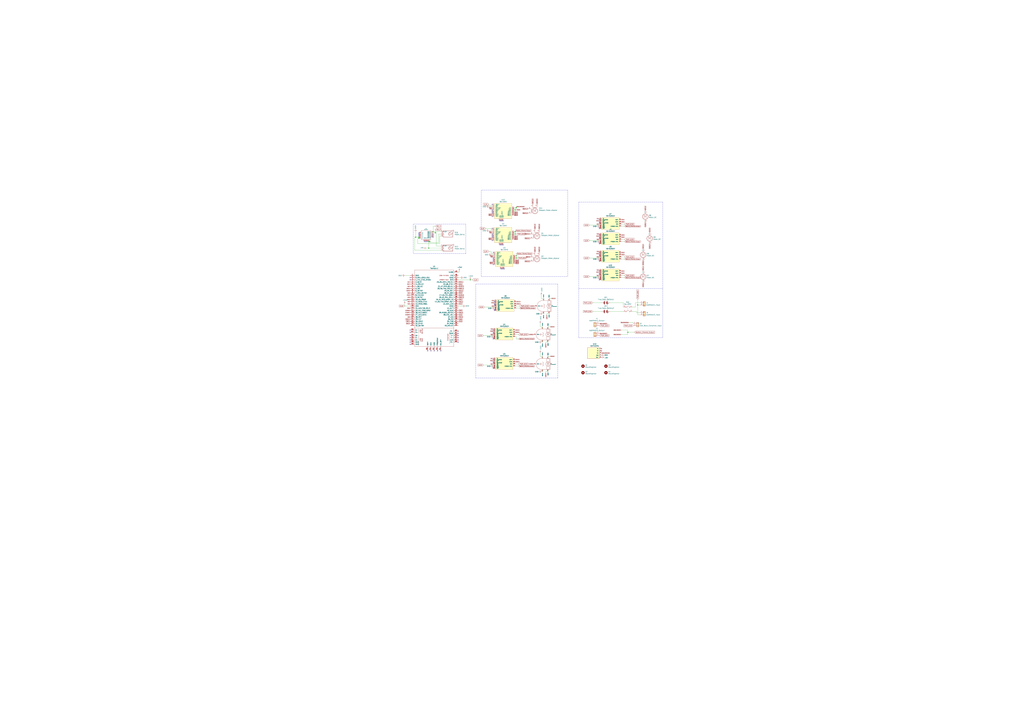
<source format=kicad_sch>
(kicad_sch (version 20211123) (generator eeschema)
  (paper "A0")
  (junction (at 599.44 297.18))
  (junction (at 502.92 269.24))
  (junction (at 482.6 275.59))
  (junction (at 486.41 276.86))
  (junction (at 598.17 269.24))
  (junction (at 598.17 243.84))
  (junction (at 497.84 280.67))
  (junction (at 499.11 280.67))
  (junction (at 505.46 270.51))
  (junction (at 599.44 299.72))
  (junction (at 598.17 271.78))
  (junction (at 546.1 325.12))
  (junction (at 497.84 288.29))
  (junction (at 728.98 386.08))
  (junction (at 599.44 241.3))
  (junction (at 486.41 275.59))
  (junction (at 740.41 354.33))
  (no_connect (at 572.77 293.37))
  (no_connect (at 698.5 405.13))
  (no_connect (at 584.2 284.48))
  (no_connect (at 695.96 259.08))
  (no_connect (at 572.77 417.83))
  (no_connect (at 571.5 246.38))
  (no_connect (at 571.5 273.05))
  (no_connect (at 695.96 318.77))
  (no_connect (at 476.25 400.05))
  (no_connect (at 486.41 273.05))
  (no_connect (at 584.2 312.42))
  (no_connect (at 572.77 383.54))
  (no_connect (at 582.93 256.54))
  (no_connect (at 486.41 274.32))
  (no_connect (at 695.96 276.86))
  (no_connect (at 571.5 237.49))
  (no_connect (at 532.13 392.43))
  (no_connect (at 496.57 280.67))
  (no_connect (at 582.93 312.42))
  (no_connect (at 695.96 302.26))
  (no_connect (at 476.25 383.54))
  (no_connect (at 502.92 274.32))
  (no_connect (at 585.47 312.42))
  (no_connect (at 571.5 279.4))
  (no_connect (at 486.41 271.78))
  (no_connect (at 476.25 386.08))
  (no_connect (at 500.38 407.67))
  (no_connect (at 571.5 251.46))
  (no_connect (at 574.04 359.41))
  (no_connect (at 580.39 284.48))
  (no_connect (at 495.3 280.67))
  (no_connect (at 695.96 257.81))
  (no_connect (at 574.04 360.68))
  (no_connect (at 695.96 323.85))
  (no_connect (at 695.96 255.27))
  (no_connect (at 572.77 392.43))
  (no_connect (at 494.03 280.67))
  (no_connect (at 571.5 245.11))
  (no_connect (at 572.77 393.7))
  (no_connect (at 476.25 394.97))
  (no_connect (at 572.77 427.99))
  (no_connect (at 476.25 397.51))
  (no_connect (at 584.2 256.54))
  (no_connect (at 574.04 350.52))
  (no_connect (at 476.25 389.89))
  (no_connect (at 695.96 283.21))
  (no_connect (at 476.25 322.58))
  (no_connect (at 504.19 407.67))
  (no_connect (at 476.25 325.12))
  (no_connect (at 571.5 265.43))
  (no_connect (at 695.96 293.37))
  (no_connect (at 695.96 325.12))
  (no_connect (at 571.5 274.32))
  (no_connect (at 572.77 421.64))
  (no_connect (at 695.96 265.43))
  (no_connect (at 571.5 275.59))
  (no_connect (at 695.96 264.16))
  (no_connect (at 582.93 284.48))
  (no_connect (at 574.04 353.06))
  (no_connect (at 695.96 303.53))
  (no_connect (at 572.77 299.72))
  (no_connect (at 695.96 275.59))
  (no_connect (at 508 407.67))
  (no_connect (at 572.77 387.35))
  (no_connect (at 581.66 284.48))
  (no_connect (at 502.92 275.59))
  (no_connect (at 571.5 243.84))
  (no_connect (at 572.77 307.34))
  (no_connect (at 572.77 420.37))
  (no_connect (at 502.92 271.78))
  (no_connect (at 581.66 312.42))
  (no_connect (at 572.77 300.99))
  (no_connect (at 532.13 397.51))
  (no_connect (at 496.57 407.67))
  (no_connect (at 532.13 384.81))
  (no_connect (at 695.96 314.96))
  (no_connect (at 574.04 354.33))
  (no_connect (at 698.5 407.67))
  (no_connect (at 476.25 392.43))
  (no_connect (at 695.96 317.5))
  (no_connect (at 572.77 303.53))
  (no_connect (at 532.13 389.89))
  (no_connect (at 572.77 302.26))
  (no_connect (at 695.96 295.91))
  (no_connect (at 532.13 394.97))
  (no_connect (at 581.66 256.54))
  (no_connect (at 486.41 270.51))
  (no_connect (at 571.5 271.78))
  (no_connect (at 511.81 407.67))
  (no_connect (at 532.13 387.35))
  (no_connect (at 695.96 281.94))
  (no_connect (at 572.77 386.08))
  (no_connect (at 572.77 426.72))
  (no_connect (at 580.39 256.54))
  (no_connect (at 695.96 297.18))
  (no_connect (at 502.92 273.05))
  (no_connect (at 492.76 280.67))
  (no_connect (at 695.96 273.05))
  (no_connect (at 571.5 247.65))
  (wire (pts (xy 499.11 281.94) (xy 509.27 281.94)))
  (wire (pts (xy 599.44 299.72) (xy 600.71 299.72)))
  (wire (pts (xy 572.77 389.89) (xy 561.34 389.89)))
  (wire (pts (xy 721.36 280.67) (xy 725.17 280.67)))
  (wire (pts (xy 567.69 238.76) (xy 567.69 237.49)))
  (wire (pts (xy 598.17 270.51) (xy 598.17 269.24)))
  (wire (pts (xy 502.92 269.24) (xy 511.81 269.24)))
  (wire (pts (xy 730.25 374.65) (xy 735.33 374.65)))
  (wire (pts (xy 599.44 297.18) (xy 599.44 294.64)))
  (wire (pts (xy 629.92 379.73) (xy 627.38 379.73)))
  (wire (pts (xy 721.36 322.58) (xy 725.17 322.58)))
  (wire (pts (xy 567.69 267.97) (xy 571.5 267.97)))
  (wire (pts (xy 734.06 356.87) (xy 737.87 356.87)))
  (wire (pts (xy 482.6 275.59) (xy 481.33 275.59)))
  (wire (pts (xy 486.41 276.86) (xy 486.41 275.59)))
  (wire (pts (xy 596.9 273.05) (xy 598.17 273.05)))
  (wire (pts (xy 636.27 414.02) (xy 636.27 416.56)))
  (wire (pts (xy 627.38 375.92) (xy 627.38 379.73)))
  (wire (pts (xy 698.5 361.95) (xy 688.34 361.95)))
  (wire (pts (xy 636.27 379.73) (xy 638.81 379.73)))
  (wire (pts (xy 598.17 245.11) (xy 598.17 243.84)))
  (wire (pts (xy 510.54 274.32) (xy 511.81 274.32)))
  (wire (pts (xy 469.9 355.6) (xy 476.25 355.6)))
  (wire (pts (xy 574.04 356.87) (xy 562.61 356.87)))
  (wire (pts (xy 742.95 354.33) (xy 740.41 354.33)))
  (wire (pts (xy 728.98 388.62) (xy 721.36 388.62)))
  (wire (pts (xy 596.9 269.24) (xy 598.17 269.24)))
  (wire (pts (xy 688.34 351.79) (xy 698.5 351.79)))
  (polyline (pts (xy 659.13 220.98) (xy 659.13 321.31)))
  (polyline (pts (xy 480.06 260.35) (xy 480.06 294.64)))
  (wire (pts (xy 629.92 379.73) (xy 629.92 382.27)))
  (wire (pts (xy 497.84 280.67) (xy 499.11 280.67)))
  (wire (pts (xy 567.69 240.03) (xy 571.5 240.03)))
  (polyline (pts (xy 552.45 439.42) (xy 647.7 439.42)))
  (wire (pts (xy 596.9 271.78) (xy 598.17 271.78)))
  (wire (pts (xy 596.9 241.3) (xy 599.44 241.3)))
  (wire (pts (xy 627.38 410.21) (xy 627.38 414.02)))
  (wire (pts (xy 633.73 431.8) (xy 633.73 433.07)))
  (wire (pts (xy 502.92 269.24) (xy 502.92 262.89)))
  (wire (pts (xy 598.17 422.91) (xy 601.98 422.91)))
  (wire (pts (xy 599.44 298.45) (xy 599.44 297.18)))
  (wire (pts (xy 737.87 356.87) (xy 737.87 351.79)))
  (wire (pts (xy 469.9 353.06) (xy 469.9 355.6)))
  (wire (pts (xy 572.77 424.18) (xy 561.34 424.18)))
  (wire (pts (xy 599.44 358.14) (xy 603.25 358.14)))
  (wire (pts (xy 631.19 346.71) (xy 631.19 349.25)))
  (wire (pts (xy 505.46 270.51) (xy 506.73 270.51)))
  (wire (pts (xy 721.36 298.45) (xy 725.17 298.45)))
  (wire (pts (xy 497.84 288.29) (xy 511.81 288.29)))
  (wire (pts (xy 629.92 431.8) (xy 629.92 429.26)))
  (wire (pts (xy 737.87 351.79) (xy 742.95 351.79)))
  (wire (pts (xy 631.19 364.49) (xy 629.92 364.49)))
  (wire (pts (xy 598.17 299.72) (xy 599.44 299.72)))
  (wire (pts (xy 596.9 243.84) (xy 598.17 243.84)))
  (wire (pts (xy 482.6 269.24) (xy 482.6 275.59)))
  (wire (pts (xy 502.92 262.89) (xy 505.46 262.89)))
  (wire (pts (xy 502.92 270.51) (xy 505.46 270.51)))
  (wire (pts (xy 721.36 262.89) (xy 725.17 262.89)))
  (wire (pts (xy 511.81 285.75) (xy 506.73 285.75)))
  (polyline (pts (xy 647.7 330.2) (xy 552.45 330.2)))
  (wire (pts (xy 599.44 242.57) (xy 599.44 241.3)))
  (polyline (pts (xy 769.62 234.95) (xy 671.83 234.95)))
  (wire (pts (xy 596.9 245.11) (xy 598.17 245.11)))
  (wire (pts (xy 721.36 320.04) (xy 725.17 320.04)))
  (wire (pts (xy 598.17 269.24) (xy 598.17 267.97)))
  (polyline (pts (xy 552.45 330.2) (xy 552.45 439.42)))
  (wire (pts (xy 570.23 295.91) (xy 572.77 295.91)))
  (wire (pts (xy 598.17 273.05) (xy 598.17 271.78)))
  (wire (pts (xy 563.88 265.43) (xy 570.23 265.43)))
  (wire (pts (xy 599.44 393.7) (xy 601.98 393.7)))
  (wire (pts (xy 629.92 431.8) (xy 628.65 431.8)))
  (wire (pts (xy 628.65 342.9) (xy 628.65 346.71)))
  (wire (pts (xy 637.54 364.49) (xy 637.54 361.95)))
  (wire (pts (xy 532.13 316.23) (xy 533.4 316.23)))
  (wire (pts (xy 739.14 361.95) (xy 739.14 363.22)))
  (wire (pts (xy 532.13 322.58) (xy 534.67 322.58)))
  (wire (pts (xy 721.36 300.99) (xy 725.17 300.99)))
  (wire (pts (xy 598.17 388.62) (xy 601.98 388.62)))
  (wire (pts (xy 596.9 270.51) (xy 598.17 270.51)))
  (wire (pts (xy 636.27 397.51) (xy 636.27 394.97)))
  (wire (pts (xy 708.66 361.95) (xy 723.9 361.95)))
  (wire (pts (xy 506.73 285.75) (xy 506.73 270.51)))
  (wire (pts (xy 596.9 242.57) (xy 599.44 242.57)))
  (wire (pts (xy 636.27 431.8) (xy 636.27 429.26)))
  (wire (pts (xy 723.9 351.79) (xy 708.66 351.79)))
  (polyline (pts (xy 541.02 294.64) (xy 541.02 260.35)))
  (polyline (pts (xy 671.83 234.95) (xy 671.83 392.43)))
  (polyline (pts (xy 671.83 392.43) (xy 769.62 392.43)))
  (wire (pts (xy 629.92 397.51) (xy 628.65 397.51)))
  (wire (pts (xy 695.96 261.62) (xy 684.53 261.62)))
  (wire (pts (xy 723.9 356.87) (xy 723.9 351.79)))
  (wire (pts (xy 736.6 386.08) (xy 728.98 386.08)))
  (wire (pts (xy 599.44 355.6) (xy 603.25 355.6)))
  (wire (pts (xy 598.17 297.18) (xy 599.44 297.18)))
  (wire (pts (xy 499.11 280.67) (xy 499.11 281.94)))
  (wire (pts (xy 570.23 266.7) (xy 571.5 266.7)))
  (wire (pts (xy 510.54 283.21) (xy 510.54 274.32)))
  (wire (pts (xy 728.98 383.54) (xy 721.36 383.54)))
  (wire (pts (xy 728.98 386.08) (xy 728.98 388.62)))
  (wire (pts (xy 740.41 354.33) (xy 740.41 347.98)))
  (polyline (pts (xy 558.8 321.31) (xy 659.13 321.31)))
  (wire (pts (xy 485.14 283.21) (xy 510.54 283.21)))
  (wire (pts (xy 631.19 364.49) (xy 631.19 361.95)))
  (wire (pts (xy 629.92 414.02) (xy 627.38 414.02)))
  (wire (pts (xy 635 364.49) (xy 635 365.76)))
  (wire (pts (xy 633.73 397.51) (xy 633.73 398.78)))
  (wire (pts (xy 598.17 243.84) (xy 599.44 243.84)))
  (wire (pts (xy 735.33 374.65) (xy 735.33 375.92)))
  (wire (pts (xy 532.13 325.12) (xy 546.1 325.12)))
  (wire (pts (xy 497.84 280.67) (xy 497.84 288.29)))
  (wire (pts (xy 695.96 279.4) (xy 684.53 279.4)))
  (polyline (pts (xy 647.7 439.42) (xy 647.7 330.2)))
  (wire (pts (xy 636.27 379.73) (xy 636.27 382.27)))
  (wire (pts (xy 636.27 397.51) (xy 633.73 397.51)))
  (wire (pts (xy 721.36 278.13) (xy 725.17 278.13)))
  (wire (pts (xy 495.3 288.29) (xy 497.84 288.29)))
  (wire (pts (xy 721.36 260.35) (xy 725.17 260.35)))
  (wire (pts (xy 572.77 294.64) (xy 570.23 294.64)))
  (wire (pts (xy 599.44 300.99) (xy 599.44 299.72)))
  (wire (pts (xy 739.14 363.22) (xy 742.95 363.22)))
  (wire (pts (xy 570.23 294.64) (xy 570.23 292.1)))
  (wire (pts (xy 728.98 386.08) (xy 728.98 383.54)))
  (wire (pts (xy 485.14 276.86) (xy 485.14 283.21)))
  (polyline (pts (xy 659.13 220.98) (xy 558.8 220.98)))
  (wire (pts (xy 631.19 346.71) (xy 628.65 346.71)))
  (wire (pts (xy 740.41 365.76) (xy 742.95 365.76)))
  (polyline (pts (xy 769.62 234.95) (xy 769.62 392.43)))
  (wire (pts (xy 598.17 300.99) (xy 599.44 300.99)))
  (wire (pts (xy 505.46 266.7) (xy 505.46 270.51)))
  (wire (pts (xy 695.96 299.72) (xy 684.53 299.72)))
  (polyline (pts (xy 541.02 294.64) (xy 480.06 294.64)))
  (wire (pts (xy 599.44 391.16) (xy 599.44 393.7)))
  (wire (pts (xy 486.41 275.59) (xy 482.6 275.59)))
  (wire (pts (xy 533.4 316.23) (xy 533.4 314.96)))
  (wire (pts (xy 636.27 431.8) (xy 633.73 431.8)))
  (wire (pts (xy 629.92 414.02) (xy 629.92 416.56)))
  (wire (pts (xy 509.27 281.94) (xy 509.27 271.78)))
  (polyline (pts (xy 671.83 335.28) (xy 769.62 335.28)))
  (wire (pts (xy 637.54 346.71) (xy 640.08 346.71)))
  (wire (pts (xy 469.9 320.04) (xy 476.25 320.04)))
  (polyline (pts (xy 480.06 260.35) (xy 541.02 260.35)))
  (wire (pts (xy 567.69 238.76) (xy 571.5 238.76)))
  (wire (pts (xy 695.96 321.31) (xy 684.53 321.31)))
  (wire (pts (xy 486.41 276.86) (xy 485.14 276.86)))
  (wire (pts (xy 598.17 425.45) (xy 601.98 425.45)))
  (wire (pts (xy 598.17 298.45) (xy 599.44 298.45)))
  (wire (pts (xy 481.33 290.83) (xy 511.81 290.83)))
  (wire (pts (xy 570.23 265.43) (xy 570.23 266.7)))
  (wire (pts (xy 598.17 391.16) (xy 599.44 391.16)))
  (wire (pts (xy 532.13 355.6) (xy 537.21 355.6)))
  (wire (pts (xy 637.54 346.71) (xy 637.54 349.25)))
  (wire (pts (xy 546.1 325.12) (xy 548.64 325.12)))
  (wire (pts (xy 599.44 241.3) (xy 599.44 240.03)))
  (wire (pts (xy 637.54 364.49) (xy 635 364.49)))
  (wire (pts (xy 567.69 292.1) (xy 570.23 292.1)))
  (wire (pts (xy 734.06 361.95) (xy 739.14 361.95)))
  (wire (pts (xy 481.33 275.59) (xy 481.33 290.83)))
  (wire (pts (xy 509.27 271.78) (xy 511.81 271.78)))
  (wire (pts (xy 740.41 354.33) (xy 740.41 365.76)))
  (wire (pts (xy 636.27 414.02) (xy 638.81 414.02)))
  (polyline (pts (xy 558.8 220.98) (xy 558.8 321.31)))
  (wire (pts (xy 598.17 271.78) (xy 599.44 271.78)))
  (wire (pts (xy 629.92 397.51) (xy 629.92 394.97)))
  (global_label "SLEEP_1" (shape input) (at 532.13 332.74 0) (effects (font (size 0.7874 0.7874))) (property "Intersheet References" "${INTERSHEET_REFS}" (effects hide)))
  (global_label "OUTB1_LIN" (shape input) (at 635 365.76 270) (effects (font (size 0.508 0.508))) (property "Intersheet References" "${INTERSHEET_REFS}" (effects hide)))
  (global_label "3.3V" (shape input) (at 684.53 321.31 180) (property "Intersheet References" "${INTERSHEET_REFS}" (effects hide)))
  (global_label "OUTA_1" (shape input) (at 749.3 245.11 90) (effects (font (size 0.7874 0.7874))) (property "Intersheet References" "${INTERSHEET_REFS}" (effects hide)))
  (global_label "PWR_GND" (shape input) (at 725.17 298.45 0) (property "Intersheet References" "${INTERSHEET_REFS}" (effects hide)))
  (global_label "3.3V" (shape input) (at 469.9 355.6 180) (property "Intersheet References" "${INTERSHEET_REFS}" (effects hide)))
  (global_label "RESET_2" (shape input) (at 572.77 306.07 180) (effects (font (size 0.508 0.508))) (property "Intersheet References" "${INTERSHEET_REFS}" (effects hide)))
  (global_label "INA_7" (shape input) (at 476.25 327.66 180) (effects (font (size 0.508 0.508))) (property "Intersheet References" "${INTERSHEET_REFS}" (effects hide)))
  (global_label "RESET_1" (shape input) (at 571.5 278.13 180) (effects (font (size 0.508 0.508))) (property "Intersheet References" "${INTERSHEET_REFS}" (effects hide)))
  (global_label "BOUT1_3" (shape input) (at 613.41 242.57 180) (effects (font (size 0.7874 0.7874))) (property "Intersheet References" "${INTERSHEET_REFS}" (effects hide)))
  (global_label "PWM_5" (shape input) (at 476.25 347.98 180) (effects (font (size 0.508 0.508))) (property "Intersheet References" "${INTERSHEET_REFS}" (effects hide)))
  (global_label "OUTB_1" (shape input) (at 749.3 257.81 270) (effects (font (size 0.7874 0.7874))) (property "Intersheet References" "${INTERSHEET_REFS}" (effects hide)))
  (global_label "SLEEP_3" (shape input) (at 476.25 337.82 180) (effects (font (size 0.508 0.508))) (property "Intersheet References" "${INTERSHEET_REFS}" (effects hide)))
  (global_label "PWM_6" (shape input) (at 476.25 358.14 180) (effects (font (size 0.508 0.508))) (property "Intersheet References" "${INTERSHEET_REFS}" (effects hide)))
  (global_label "PWM_1" (shape input) (at 695.96 256.54 180) (effects (font (size 0.508 0.508))) (property "Intersheet References" "${INTERSHEET_REFS}" (effects hide)))
  (global_label "PWM_2" (shape input) (at 532.13 363.22 0) (effects (font (size 0.7874 0.7874))) (property "Intersheet References" "${INTERSHEET_REFS}" (effects hide)))
  (global_label "INA_5" (shape input) (at 476.25 345.44 180) (effects (font (size 0.508 0.508))) (property "Intersheet References" "${INTERSHEET_REFS}" (effects hide)))
  (global_label "PWR_GND" (shape input) (at 688.34 351.79 180) (property "Intersheet References" "${INTERSHEET_REFS}" (effects hide)))
  (global_label "BOUT2_3" (shape input) (at 596.9 250.19 0) (effects (font (size 0.508 0.508))) (property "Intersheet References" "${INTERSHEET_REFS}" (effects hide)))
  (global_label "INA_6" (shape input) (at 572.77 382.27 180) (effects (font (size 0.508 0.508))) (property "Intersheet References" "${INTERSHEET_REFS}" (effects hide)))
  (global_label "BOUT2_1" (shape input) (at 615.95 276.86 180) (effects (font (size 0.7874 0.7874))) (property "Intersheet References" "${INTERSHEET_REFS}" (effects hide)))
  (global_label "STEP_3" (shape input) (at 476.25 342.9 180) (effects (font (size 0.508 0.508))) (property "Intersheet References" "${INTERSHEET_REFS}" (effects hide)))
  (global_label "3.3V" (shape input) (at 567.69 292.1 180) (property "Intersheet References" "${INTERSHEET_REFS}" (effects hide)))
  (global_label "3.3V" (shape input) (at 684.53 299.72 180) (property "Intersheet References" "${INTERSHEET_REFS}" (effects hide)))
  (global_label "PWR_GND" (shape input) (at 601.98 422.91 0) (property "Intersheet References" "${INTERSHEET_REFS}" (effects hide)))
  (global_label "PWR_GND" (shape input) (at 735.33 378.46 180) (property "Intersheet References" "${INTERSHEET_REFS}" (effects hide)))
  (global_label "OUTA_3" (shape input) (at 746.76 289.56 90) (effects (font (size 0.7874 0.7874))) (property "Intersheet References" "${INTERSHEET_REFS}" (effects hide)))
  (global_label "OUTA_2" (shape input) (at 721.36 273.05 0) (effects (font (size 0.508 0.508))) (property "Intersheet References" "${INTERSHEET_REFS}" (effects hide)))
  (global_label "AOUT2_3" (shape input) (at 623.57 237.49 90) (effects (font (size 0.7874 0.7874))) (property "Intersheet References" "${INTERSHEET_REFS}" (effects hide)))
  (global_label "Battery1_Positive24V" (shape input) (at 695.96 375.92 0) (effects (font (size 0.508 0.508))) (property "Intersheet References" "${INTERSHEET_REFS}" (effects hide)))
  (global_label "OUTA1_LIN" (shape input) (at 599.44 350.52 0) (effects (font (size 0.508 0.508))) (property "Intersheet References" "${INTERSHEET_REFS}" (effects hide)))
  (global_label "PWM_5" (shape input) (at 574.04 351.79 180) (effects (font (size 0.508 0.508))) (property "Intersheet References" "${INTERSHEET_REFS}" (effects hide)))
  (global_label "PWR_GND" (shape input) (at 688.34 361.95 180) (property "Intersheet References" "${INTERSHEET_REFS}" (effects hide)))
  (global_label "INB_4" (shape input) (at 695.96 320.04 180) (effects (font (size 0.508 0.508))) (property "Intersheet References" "${INTERSHEET_REFS}" (effects hide)))
  (global_label "PWM_3" (shape input) (at 695.96 294.64 180) (effects (font (size 0.508 0.508))) (property "Intersheet References" "${INTERSHEET_REFS}" (effects hide)))
  (global_label "INB_2" (shape input) (at 695.96 278.13 180) (effects (font (size 0.508 0.508))) (property "Intersheet References" "${INTERSHEET_REFS}" (effects hide)))
  (global_label "OUTB3_LIN" (shape input) (at 633.73 433.07 270) (effects (font (size 0.508 0.508))) (property "Intersheet References" "${INTERSHEET_REFS}" (effects hide)))
  (global_label "OUTA1_LIN" (shape input) (at 640.08 346.71 0) (effects (font (size 0.508 0.508))) (property "Intersheet References" "${INTERSHEET_REFS}" (effects hide)))
  (global_label "INB_6" (shape input) (at 476.25 368.3 180) (effects (font (size 0.508 0.508))) (property "Intersheet References" "${INTERSHEET_REFS}" (effects hide)))
  (global_label "BOUT1_1" (shape input) (at 615.95 271.78 180) (effects (font (size 0.7874 0.7874))) (property "Intersheet References" "${INTERSHEET_REFS}" (effects hide)))
  (global_label "OUTA_3" (shape input) (at 721.36 293.37 0) (effects (font (size 0.508 0.508))) (property "Intersheet References" "${INTERSHEET_REFS}" (effects hide)))
  (global_label "PWM_6" (shape input) (at 572.77 384.81 180) (effects (font (size 0.508 0.508))) (property "Intersheet References" "${INTERSHEET_REFS}" (effects hide)))
  (global_label "Battery_Shared_Output" (shape input) (at 736.6 386.08 0) (property "Intersheet References" "${INTERSHEET_REFS}" (effects hide)))
  (global_label "INA_7" (shape input) (at 572.77 416.56 180) (effects (font (size 0.508 0.508))) (property "Intersheet References" "${INTERSHEET_REFS}" (effects hide)))
  (global_label "INB_4" (shape input) (at 476.25 373.38 180) (effects (font (size 0.7874 0.7874))) (property "Intersheet References" "${INTERSHEET_REFS}" (effects hide)))
  (global_label "Battery_Shared_Output" (shape input) (at 601.98 393.7 0) (effects (font (size 0.9906 0.9906))) (property "Intersheet References" "${INTERSHEET_REFS}" (effects hide)))
  (global_label "PWR_GND" (shape input) (at 695.96 389.89 0) (property "Intersheet References" "${INTERSHEET_REFS}" (effects hide)))
  (global_label "BOUT2_1" (shape input) (at 596.9 278.13 0) (effects (font (size 0.508 0.508))) (property "Intersheet References" "${INTERSHEET_REFS}" (effects hide)))
  (global_label "Battery_Shared_Output" (shape input) (at 725.17 262.89 0) (effects (font (size 0.9906 0.9906))) (property "Intersheet References" "${INTERSHEET_REFS}" (effects hide)))
  (global_label "Battery_Shared_Output" (shape input) (at 599.44 294.64 0) (effects (font (size 0.9906 0.9906))) (property "Intersheet References" "${INTERSHEET_REFS}" (effects hide)))
  (global_label "AOUT1_1" (shape input) (at 621.03 266.7 90) (effects (font (size 0.7874 0.7874))) (property "Intersheet References" "${INTERSHEET_REFS}" (effects hide)))
  (global_label "OUTA_4" (shape input) (at 746.76 314.96 90) (effects (font (size 0.7874 0.7874))) (property "Intersheet References" "${INTERSHEET_REFS}" (effects hide)))
  (global_label "Battery2_Positive24V" (shape input) (at 721.36 388.62 180) (effects (font (size 0.508 0.508))) (property "Intersheet References" "${INTERSHEET_REFS}" (effects hide)))
  (global_label "RESET_3" (shape input) (at 476.25 335.28 180) (effects (font (size 0.508 0.508))) (property "Intersheet References" "${INTERSHEET_REFS}" (effects hide)))
  (global_label "PWR_GND" (shape input) (at 725.17 260.35 0) (property "Intersheet References" "${INTERSHEET_REFS}" (effects hide)))
  (global_label "Battery2_Positive24V" (shape input) (at 695.96 387.35 0) (effects (font (size 0.508 0.508))) (property "Intersheet References" "${INTERSHEET_REFS}" (effects hide)))
  (global_label "OUTA_2" (shape input) (at 754.38 270.51 90) (effects (font (size 0.7874 0.7874))) (property "Intersheet References" "${INTERSHEET_REFS}" (effects hide)))
  (global_label "Battery_Shared_Output" (shape input) (at 730.25 374.65 180) (effects (font (size 0.508 0.508))) (property "Intersheet References" "${INTERSHEET_REFS}" (effects hide)))
  (global_label "Battery_Shared_Output" (shape input) (at 598.17 267.97 0) (effects (font (size 0.9906 0.9906))) (property "Intersheet References" "${INTERSHEET_REFS}" (effects hide)))
  (global_label "Battery_Shared_Output" (shape input) (at 725.17 300.99 0) (effects (font (size 0.9906 0.9906))) (property "Intersheet References" "${INTERSHEET_REFS}" (effects hide)))
  (global_label "INB_5" (shape input) (at 574.04 355.6 180) (effects (font (size 0.508 0.508))) (property "Intersheet References" "${INTERSHEET_REFS}" (effects hide)))
  (global_label "LIN_SIGNAL1" (shape input) (at 621.03 355.6 180) (effects (font (size 0.508 0.508))) (property "Intersheet References" "${INTERSHEET_REFS}" (effects hide)))
  (global_label "STEP_3" (shape input) (at 571.5 241.3 180) (effects (font (size 0.508 0.508))) (property "Intersheet References" "${INTERSHEET_REFS}" (effects hide)))
  (global_label "PWM_4" (shape input) (at 476.25 370.84 180) (effects (font (size 0.7874 0.7874))) (property "Intersheet References" "${INTERSHEET_REFS}" (effects hide)))
  (global_label "INA_1" (shape input) (at 532.13 353.06 0) (effects (font (size 0.7874 0.7874))) (property "Intersheet References" "${INTERSHEET_REFS}" (effects hide)))
  (global_label "SLEEP_3" (shape input) (at 571.5 248.92 180) (effects (font (size 0.508 0.508))) (property "Intersheet References" "${INTERSHEET_REFS}" (effects hide)))
  (global_label "3.3V" (shape input) (at 562.61 356.87 180) (property "Intersheet References" "${INTERSHEET_REFS}" (effects hide)))
  (global_label "PWR_GND" (shape input) (at 740.41 347.98 90) (property "Intersheet References" "${INTERSHEET_REFS}" (effects hide)))
  (global_label "OUTB3_LIN" (shape input) (at 598.17 420.37 0) (effects (font (size 0.508 0.508))) (property "Intersheet References" "${INTERSHEET_REFS}" (effects hide)))
  (global_label "DIR_2" (shape input) (at 532.13 340.36 0) (effects (font (size 0.7874 0.7874))) (property "Intersheet References" "${INTERSHEET_REFS}" (effects hide)))
  (global_label "INA_2" (shape input) (at 695.96 271.78 180) (effects (font (size 0.508 0.508))) (property "Intersheet References" "${INTERSHEET_REFS}" (effects hide)))
  (global_label "SS_2" (shape input) (at 505.46 266.7 0) (property "Intersheet References" "${INTERSHEET_REFS}" (effects hide)))
  (global_label "INA_3" (shape input) (at 532.13 373.38 0) (effects (font (size 0.7874 0.7874))) (property "Intersheet References" "${INTERSHEET_REFS}" (effects hide)))
  (global_label "OUTA_4" (shape input) (at 721.36 314.96 0) (effects (font (size 0.508 0.508))) (property "Intersheet References" "${INTERSHEET_REFS}" (effects hide)))
  (global_label "INB_2" (shape input) (at 532.13 360.68 0) (effects (font (size 0.7874 0.7874))) (property "Intersheet References" "${INTERSHEET_REFS}" (effects hide)))
  (global_label "3.3V" (shape input) (at 684.53 261.62 180) (property "Intersheet References" "${INTERSHEET_REFS}" (effects hide)))
  (global_label "PWR_GND" (shape input) (at 601.98 388.62 0) (property "Intersheet References" "${INTERSHEET_REFS}" (effects hide)))
  (global_label "OUTA_1" (shape input) (at 721.36 255.27 0) (effects (font (size 0.508 0.508))) (property "Intersheet References" "${INTERSHEET_REFS}" (effects hide)))
  (global_label "Battery_Shared_Output" (shape input) (at 725.17 280.67 0) (effects (font (size 0.9906 0.9906))) (property "Intersheet References" "${INTERSHEET_REFS}" (effects hide)))
  (global_label "INA_6" (shape input) (at 476.25 353.06 180) (effects (font (size 0.508 0.508))) (property "Intersheet References" "${INTERSHEET_REFS}" (effects hide)))
  (global_label "LIN_SIGNAL3" (shape input) (at 476.25 360.68 180) (effects (font (size 0.508 0.508))) (property "Intersheet References" "${INTERSHEET_REFS}" (effects hide)))
  (global_label "LIN_SIGNAL1" (shape input) (at 476.25 363.22 180) (effects (font (size 0.508 0.508))) (property "Intersheet References" "${INTERSHEET_REFS}" (effects hide)))
  (global_label "BOUT1_3" (shape input) (at 596.9 248.92 0) (effects (font (size 0.508 0.508))) (property "Intersheet References" "${INTERSHEET_REFS}" (effects hide)))
  (global_label "AOUT1_1" (shape input) (at 596.9 274.32 0) (effects (font (size 0.508 0.508))) (property "Intersheet References" "${INTERSHEET_REFS}" (effects hide)))
  (global_label "LIN_SIGNAL2" (shape input) (at 619.76 388.62 180) (effects (font (size 0.508 0.508))) (property "Intersheet References" "${INTERSHEET_REFS}" (effects hide)))
  (global_label "AOUT2_3" (shape input) (at 596.9 247.65 0) (effects (font (size 0.508 0.508))) (property "Intersheet References" "${INTERSHEET_REFS}" (effects hide)))
  (global_label "BOUT1_2" (shape input) (at 598.17 304.8 0) (effects (font (size 0.508 0.508))) (property "Intersheet References" "${INTERSHEET_REFS}" (effects hide)))
  (global_label "STEP_2" (shape input) (at 572.77 297.18 180) (effects (font (size 0.508 0.508))) (property "Intersheet References" "${INTERSHEET_REFS}" (effects hide)))
  (global_label "BOUT1_2" (shape input) (at 615.95 298.45 180) (effects (font (size 0.6096 0.6096))) (property "Intersheet References" "${INTERSHEET_REFS}" (effects hide)))
  (global_label "Battery_Shared_Output" (shape input) (at 725.17 322.58 0) (effects (font (size 0.9906 0.9906))) (property "Intersheet References" "${INTERSHEET_REFS}" (effects hide)))
  (global_label "AOUT1_2" (shape input) (at 598.17 302.26 0) (effects (font (size 0.508 0.508))) (property "Intersheet References" "${INTERSHEET_REFS}" (effects hide)))
  (global_label "SLEEP_2" (shape input) (at 572.77 304.8 180) (effects (font (size 0.508 0.508))) (property "Intersheet References" "${INTERSHEET_REFS}" (effects hide)))
  (global_label "INA_2" (shape input) (at 532.13 365.76 0) (effects (font (size 0.7874 0.7874))) (property "Intersheet References" "${INTERSHEET_REFS}" (effects hide)))
  (global_label "RESET_1" (shape input) (at 532.13 335.28 0) (effects (font (size 0.7874 0.7874))) (property "Intersheet References" "${INTERSHEET_REFS}" (effects hide)))
  (global_label "3.3V" (shape input) (at 684.53 279.4 180) (property "Intersheet References" "${INTERSHEET_REFS}" (effects hide)))
  (global_label "PWM_3" (shape input) (at 532.13 368.3 0) (effects (font (size 0.7874 0.7874))) (property "Intersheet References" "${INTERSHEET_REFS}" (effects hide)))
  (global_label "Battery_Shared_Output" (shape input) (at 601.98 425.45 0) (effects (font (size 0.9906 0.9906))) (property "Intersheet References" "${INTERSHEET_REFS}" (effects hide)))
  (global_label "STEP_1" (shape input) (at 532.13 327.66 0) (effects (font (size 0.7874 0.7874))) (property "Intersheet References" "${INTERSHEET_REFS}" (effects hide)))
  (global_label "SLEEP_1" (shape input) (at 571.5 276.86 180) (effects (font (size 0.508 0.508))) (property "Intersheet References" "${INTERSHEET_REFS}" (effects hide)))
  (global_label "OUTB_3" (shape input) (at 746.76 302.26 270) (effects (font (size 0.7874 0.7874))) (property "Intersheet References" "${INTERSHEET_REFS}" (effects hide)))
  (global_label "PWM_7" (shape input) (at 476.25 330.2 180) (effects (font (size 0.508 0.508))) (property "Intersheet References" "${INTERSHEET_REFS}" (effects hide)))
  (global_label "PWR_GND" (shape input) (at 695.96 378.46 0) (property "Intersheet References" "${INTERSHEET_REFS}" (effects hide)))
  (global_label "Battery1_Positive24V" (shape input) (at 721.36 383.54 180) (effects (font (size 0.508 0.508))) (property "Intersheet References" "${INTERSHEET_REFS}" (effects hide)))
  (global_label "PWR_GND" (shape input) (at 725.17 320.04 0) (property "Intersheet References" "${INTERSHEET_REFS}" (effects hide)))
  (global_label "RESET_2" (shape input) (at 532.13 345.44 0) (effects (font (size 0.7874 0.7874))) (property "Intersheet References" "${INTERSHEET_REFS}" (effects hide)))
  (global_label "BOUT2_2" (shape input) (at 615.95 303.53 180) (effects (font (size 0.7874 0.7874))) (property "Intersheet References" "${INTERSHEET_REFS}" (effects hide)))
  (global_label "STEP_2" (shape input) (at 532.13 337.82 0) (effects (font (size 0.7874 0.7874))) (property "Intersheet References" "${INTERSHEET_REFS}" (effects hide)))
  (global_label "Battery_Shared_Output" (shape input) (at 698.5 410.21 0) (effects (font (size 0.508 0.508))) (property "Intersheet References" "${INTERSHEET_REFS}" (effects hide)))
  (global_label "AOUT2_2" (shape input) (at 598.17 303.53 0) (effects (font (size 0.508 0.508))) (property "Intersheet References" "${INTERSHEET_REFS}" (effects hide)))
  (global_label "INA_1" (shape input) (at 695.96 254 180) (effects (font (size 0.508 0.508))) (property "Intersheet References" "${INTERSHEET_REFS}" (effects hide)))
  (global_label "DIR_3" (shape input) (at 571.5 242.57 180) (effects (font (size 0.508 0.508))) (property "Intersheet References" "${INTERSHEET_REFS}" (effects hide)))
  (global_label "INB_6" (shape input) (at 572.77 388.62 180) (effects (font (size 0.508 0.508))) (property "Intersheet References" "${INTERSHEET_REFS}" (effects hide)))
  (global_label "PWM_7" (shape input) (at 572.77 419.1 180) (effects (font (size 0.508 0.508))) (property "Intersheet References" "${INTERSHEET_REFS}" (effects hide)))
  (global_label "PWR_GND" (shape input) (at 599.44 271.78 0) (effects (font (size 1.1938 1.1938))) (property "Intersheet References" "${INTERSHEET_REFS}" (effects hide)))
  (global_label "OUTB_2" (shape input) (at 721.36 275.59 0) (effects (font (size 0.508 0.508))) (property "Intersheet References" "${INTERSHEET_REFS}" (effects hide)))
  (global_label "INA_5" (shape input) (at 574.04 349.25 180) (effects (font (size 0.508 0.508))) (property "Intersheet References" "${INTERSHEET_REFS}" (effects hide)))
  (global_label "RESET_3" (shape input) (at 571.5 250.19 180) (effects (font (size 0.508 0.508))) (property "Intersheet References" "${INTERSHEET_REFS}" (effects hide)))
  (global_label "OUTB_4" (shape input) (at 746.76 327.66 270) (effects (font (size 0.7874 0.7874))) (property "Intersheet References" "${INTERSHEET_REFS}" (effects hide)))
  (global_label "INB_1" (shape input) (at 532.13 347.98 0) (effects (font (size 0.7874 0.7874))) (property "Intersheet References" "${INTERSHEET_REFS}" (effects hide)))
  (global_label "OUTA3_LIN" (shape input) (at 638.81 414.02 0) (effects (font (size 0.508 0.508))) (property "Intersheet References" "${INTERSHEET_REFS}" (effects hide)))
  (global_label "INB_3" (shape input) (at 695.96 298.45 180) (effects (font (size 0.508 0.508))) (property "Intersheet References" "${INTERSHEET_REFS}" (effects hide)))
  (global_label "OUTB2_LIN" (shape input) (at 598.17 386.08 0) (effects (font (size 0.508 0.508))) (property "Intersheet References" "${INTERSHEET_REFS}" (effects hide)))
  (global_label "BOUT2_2" (shape input) (at 598.17 306.07 0) (effects (font (size 0.508 0.508))) (property "Intersheet References" "${INTERSHEET_REFS}" (effects hide)))
  (global_label "SLEEP_2" (shape input) (at 532.13 342.9 0) (effects (font (size 0.7874 0.7874))) (property "Intersheet References" "${INTERSHEET_REFS}" (effects hide)))
  (global_label "BOUT1_1" (shape input) (at 596.9 276.86 0) (effects (font (size 0.508 0.508))) (property "Intersheet References" "${INTERSHEET_REFS}" (effects hide)))
  (global_label "PWR_GND" (shape input) (at 600.71 299.72 0) (effects (font (size 1.1938 1.1938))) (property "Intersheet References" "${INTERSHEET_REFS}" (effects hide)))
  (global_label "DIR_2" (shape input) (at 572.77 298.45 180) (effects (font (size 0.508 0.508))) (property "Intersheet References" "${INTERSHEET_REFS}" (effects hide)))
  (global_label "OUTB1_LIN" (shape input) (at 599.44 353.06 0) (effects (font (size 0.508 0.508))) (property "Intersheet References" "${INTERSHEET_REFS}" (effects hide)))
  (global_label "PWR_GND" (shape input) (at 603.25 355.6 0) (property "Intersheet References" "${INTERSHEET_REFS}" (effects hide)))
  (global_label "OUTA3_LIN" (shape input) (at 598.17 417.83 0) (effects (font (size 0.508 0.508))) (property "Intersheet References" "${INTERSHEET_REFS}" (effects hide)))
  (global_label "LIN_SIGNAL3" (shape input) (at 619.76 422.91 180) (effects (font (size 0.508 0.508))) (property "Intersheet References" "${INTERSHEET_REFS}" (effects hide)))
  (global_label "STEP_1" (shape input) (at 571.5 269.24 180) (effects (font (size 0.508 0.508))) (property "Intersheet References" "${INTERSHEET_REFS}" (effects hide)))
  (global_label "AOUT1_3" (shape input) (at 596.9 246.38 0) (effects (font (size 0.508 0.508))) (property "Intersheet References" "${INTERSHEET_REFS}" (effects hide)))
  (global_label "3.3V" (shape input) (at 561.34 424.18 180) (property "Intersheet References" "${INTERSHEET_REFS}" (effects hide)))
  (global_label "PWR_GND" (shape input) (at 599.44 243.84 0) (effects (font (size 0.508 0.508))) (property "Intersheet References" "${INTERSHEET_REFS}" (effects hide)))
  (global_label "OUTA2_LIN" (shape input) (at 638.81 379.73 0) (effects (font (size 0.508 0.508))) (property "Intersheet References" "${INTERSHEET_REFS}" (effects hide)))
  (global_label "INB_3" (shape input) (at 532.13 370.84 0) (effects (font (size 0.7874 0.7874))) (property "Intersheet References" "${INTERSHEET_REFS}" (effects hide)))
  (global_label "PWM_2" (shape input) (at 695.96 274.32 180) (effects (font (size 0.508 0.508))) (property "Intersheet References" "${INTERSHEET_REFS}" (effects hide)))
  (global_label "3.3V" (shape input) (at 563.88 265.43 180) (property "Intersheet References" "${INTERSHEET_REFS}" (effects hide)))
  (global_label "OUTB2_LIN" (shape input) (at 633.73 398.78 270) (effects (font (size 0.508 0.508))) (property "Intersheet References" "${INTERSHEET_REFS}" (effects hide)))
  (global_label "INA_4" (shape input) (at 695.96 313.69 180) (effects (font (size 0.508 0.508))) (property "Intersheet References" "${INTERSHEET_REFS}" (effects hide)))
  (global_label "OUTB_4" (shape input) (at 721.36 317.5 0) (effects (font (size 0.508 0.508))) (property "Intersheet References" "${INTERSHEET_REFS}" (effects hide)))
  (global_label "3.3V" (shape input) (at 567.69 237.49 180) (property "Intersheet References" "${INTERSHEET_REFS}" (effects hide)))
  (global_label "AOUT1_2" (shape input) (at 621.03 293.37 90) (effects (font (size 0.7874 0.7874))) (property "Intersheet References" "${INTERSHEET_REFS}" (effects hide)))
  (global_label "INB_7" (shape input) (at 476.25 332.74 180) (effects (font (size 0.508 0.508))) (property "Intersheet References" "${INTERSHEET_REFS}" (effects hide)))
  (global_label "OUTA2_LIN" (shape input) (at 598.17 383.54 0) (effects (font (size 0.508 0.508))) (property "Intersheet References" "${INTERSHEET_REFS}" (effects hide)))
  (global_label "AOUT2_1" (shape input) (at 626.11 266.7 90) (effects (font (size 0.7874 0.7874))) (property "Intersheet References" "${INTERSHEET_REFS}" (effects hide)))
  (global_label "PWR_GND" (shape input) (at 725.17 278.13 0) (property "Intersheet References" "${INTERSHEET_REFS}" (effects hide)))
  (global_label "INB_5" (shape input) (at 476.25 350.52 180) (effects (font (size 0.508 0.508))) (property "Intersheet References" "${INTERSHEET_REFS}" (effects hide)))
  (global_label "PWM_4" (shape input) (at 695.96 316.23 180) (effects (font (size 0.508 0.508))) (property "Intersheet References" "${INTERSHEET_REFS}" (effects hide)))
  (global_label "BOUT2_3" (shape input) (at 613.41 247.65 180) (effects (font (size 0.7874 0.7874))) (property "Intersheet References" "${INTERSHEET_REFS}" (effects hide)))
  (global_label "AOUT2_1" (shape input) (at 596.9 275.59 0) (effects (font (size 0.508 0.508))) (property "Intersheet References" "${INTERSHEET_REFS}" (effects hide)))
  (global_label "3.3V" (shape input) (at 561.34 389.89 180) (property "Intersheet References" "${INTERSHEET_REFS}" (effects hide)))
  (global_label "Battery_Shared_Output" (shape input) (at 599.44 240.03 0) (effects (font (size 0.508 0.508))) (property "Intersheet References" "${INTERSHEET_REFS}" (effects hide)))
  (global_label "OUTB_2" (shape input) (at 754.38 283.21 270) (effects (font (size 0.7874 0.7874))) (property "Intersheet References" "${INTERSHEET_REFS}" (effects hide)))
  (global_label "INA_4" (shape input) (at 476.25 375.92 180) (effects (font (size 0.7874 0.7874))) (property "Intersheet References" "${INTERSHEET_REFS}" (effects hide)))
  (global_label "SS_1" (shape input) (at 505.46 262.89 0) (property "Intersheet References" "${INTERSHEET_REFS}" (effects hide)))
  (global_label "INB_7" (shape input) (at 572.77 422.91 180) (effects (font (size 0.508 0.508))) (property "Intersheet References" "${INTERSHEET_REFS}" (effects hide)))
  (global_label "3.3V" (shape input) (at 548.64 325.12 0) (property "Intersheet References" "${INTERSHEET_REFS}" (effects hide)))
  (global_label "AOUT1_3" (shape input) (at 618.49 237.49 90) (effects (font (size 0.7874 0.7874))) (property "Intersheet References" "${INTERSHEET_REFS}" (effects hide)))
  (global_label "INA_3" (shape input) (at 695.96 292.1 180) (effects (font (size 0.508 0.508))) (property "Intersheet References" "${INTERSHEET_REFS}" (effects hide)))
  (global_label "AOUT2_2" (shape input) (at 626.11 293.37 90) (effects (font (size 0.7874 0.7874))) (property "Intersheet References" "${INTERSHEET_REFS}" (effects hide)))
  (global_label "DIR_1" (shape input) (at 571.5 270.51 180) (effects (font (size 0.508 0.508))) (property "Intersheet References" "${INTERSHEET_REFS}" (effects hide)))
  (global_label "OUTB_1" (shape input) (at 721.36 257.81 0) (effects (font (size 0.508 0.508))) (property "Intersheet References" "${INTERSHEET_REFS}" (effects hide)))
  (global_label "INB_1" (shape input) (at 695.96 260.35 180) (effects (font (size 0.508 0.508))) (property "Intersheet References" "${INTERSHEET_REFS}" (effects hide)))
  (global_label "DIR_3" (shape input) (at 476.25 340.36 180) (effects (font (size 0.508 0.508))) (property "Intersheet References" "${INTERSHEET_REFS}" (effects hide)))
  (global_label "PWM_1" (shape input) (at 532.13 350.52 0) (effects (font (size 0.7874 0.7874))) (property "Intersheet References" "${INTERSHEET_REFS}" (effects hide)))
  (global_label "OUTB_3" (shape input) (at 721.36 295.91 0) (effects (font (size 0.508 0.508))) (property "Intersheet References" "${INTERSHEET_REFS}" (effects hide)))
  (global_label "LIN_SIGNAL2" (shape input) (at 476.25 365.76 180) (effects (font (size 0.508 0.508))) (property "Intersheet References" "${INTERSHEET_REFS}" (effects hide)))
  (global_label "Battery_Shared_Output" (shape input) (at 603.25 358.14 0) (effects (font (size 0.9906 0.9906))) (property "Intersheet References" "${INTERSHEET_REFS}" (effects hide)))
  (global_label "DIR_1" (shape input) (at 532.13 330.2 0) (effects (font (size 0.7874 0.7874))) (property "Intersheet References" "${INTERSHEET_REFS}" (effects hide)))
  (symbol (lib_id "Teensy:Teensy4.1") (at 504.19 374.65 0) (unit 1)
    (property "Reference" "U1" (at 504.19 309.499 0))
    (property "Value" "Teensy4.1" (at 504.19 311.8104 0))
    (property "Footprint" "Custom Footprints:Teensy41" (effects hide))
  )
  (symbol (lib_id "CustomLibrary:VNH52019") (at 720.09 267.97 0) (unit 1)
    (property "Reference" "U7" (at 708.66 248.5898 0))
    (property "Value" "VNH52019" (at 708.66 250.9012 0))
    (property "Footprint" "Custom Footprints:DCMotorDriver" (effects hide))
  )
  (symbol (lib_id "CustomLibrary:VNH52019") (at 720.09 285.75 0) (unit 1)
    (property "Reference" "U8" (at 708.66 266.3698 0))
    (property "Value" "VNH52019" (at 708.66 268.6812 0))
    (property "Footprint" "Custom Footprints:DCMotorDriver" (effects hide))
  )
  (symbol (lib_id "CustomLibrary:VNH52019") (at 720.09 306.07 0) (unit 1)
    (property "Reference" "U9" (at 708.66 286.6898 0))
    (property "Value" "VNH52019" (at 708.66 289.0012 0))
    (property "Footprint" "Custom Footprints:DCMotorDriver" (effects hide))
  )
  (symbol (lib_id "CustomLibrary:VNH52019") (at 720.09 327.66 0) (unit 1)
    (property "Reference" "U10" (at 708.66 308.2798 0))
    (property "Value" "VNH52019" (at 708.66 310.5912 0))
    (property "Footprint" "Custom Footprints:DCMotorDriver" (effects hide))
  )
  (symbol (lib_id "Overall-Schematics-rescue:StepperMotorDriver-CustomLibrary") (at 584.2 261.62 0) (unit 1)
    (property "Reference" "U2" (at 584.2 260.0198 0))
    (property "Value" "36v4SMD" (at 584.2 262.3312 0))
    (property "Footprint" "Custom Footprints:StepperMotorDriver" (effects hide))
  )
  (symbol (lib_id "Overall-Schematics-rescue:StepperMotorDriver-CustomLibrary") (at 585.47 289.56 0) (unit 1)
    (property "Reference" "U3" (at 585.47 287.9598 0))
    (property "Value" "36v4SMD" (at 585.47 290.2712 0))
    (property "Footprint" "Custom Footprints:StepperMotorDriver" (effects hide))
  )
  (symbol (lib_id "Motor:Stepper_Motor_bipolar") (at 623.57 274.32 0) (unit 1)
    (property "Reference" "M1" (at 628.3452 271.1704 0) (effects (justify left)))
    (property "Value" "Stepper_Motor_bipolar" (at 628.3452 273.4818 0) (effects (justify left)))
    (property "Footprint" "TerminalBlock:TerminalBlock_bornier-4_P5.08mm" (effects hide))
    (property "Datasheet" "http://www.infineon.com/dgdl/Application-Note-TLE8110EE_driving_UniPolarStepperMotor_V1.1.pdf?fileId=db3a30431be39b97011be5d0aa0a00b0" (effects hide))
  )
  (symbol (lib_id "Motor:Stepper_Motor_bipolar") (at 623.57 300.99 0) (unit 1)
    (property "Reference" "M2" (at 628.3452 297.8404 0) (effects (justify left)))
    (property "Value" "Stepper_Motor_bipolar" (at 628.3452 300.1518 0) (effects (justify left)))
    (property "Footprint" "TerminalBlock:TerminalBlock_bornier-4_P5.08mm" (effects hide))
    (property "Datasheet" "http://www.infineon.com/dgdl/Application-Note-TLE8110EE_driving_UniPolarStepperMotor_V1.1.pdf?fileId=db3a30431be39b97011be5d0aa0a00b0" (effects hide))
  )
  (symbol (lib_id "Motor:Motor_DC") (at 749.3 250.19 0) (unit 1)
    (property "Reference" "M8" (at 753.3132 250.2916 0) (effects (justify left)))
    (property "Value" "Motor_DC" (at 753.3132 252.603 0) (effects (justify left)))
    (property "Footprint" "TerminalBlock:TerminalBlock_bornier-2_P5.08mm" (effects hide))
  )
  (symbol (lib_id "Motor:Motor_DC") (at 754.38 275.59 0) (unit 1)
    (property "Reference" "M9" (at 758.3932 275.6916 0) (effects (justify left)))
    (property "Value" "Motor_DC" (at 758.3932 278.003 0) (effects (justify left)))
    (property "Footprint" "TerminalBlock:TerminalBlock_bornier-2_P5.08mm" (effects hide))
  )
  (symbol (lib_id "Motor:Motor_DC") (at 746.76 294.64 0) (unit 1)
    (property "Reference" "M6" (at 750.7732 294.7416 0) (effects (justify left)))
    (property "Value" "Motor_DC" (at 750.7732 297.053 0) (effects (justify left)))
    (property "Footprint" "TerminalBlock:TerminalBlock_bornier-2_P5.08mm" (effects hide))
  )
  (symbol (lib_id "Motor:Motor_DC") (at 746.76 320.04 0) (unit 1)
    (property "Reference" "M7" (at 750.7732 320.1416 0) (effects (justify left)))
    (property "Value" "Motor_DC" (at 750.7732 322.453 0) (effects (justify left)))
    (property "Footprint" "TerminalBlock:TerminalBlock_bornier-2_P5.08mm" (effects hide))
  )
  (symbol (lib_id "power:+24V") (at 533.4 314.96 0) (unit 1)
    (property "Reference" "#PWR0108" (effects hide))
    (property "Value" "+24V" (at 533.781 310.5658 0))
  )
  (symbol (lib_id "power:GND") (at 567.69 267.97 270) (unit 1)
    (property "Reference" "#PWR0101" (effects hide))
    (property "Value" "GND" (at 564.4388 268.097 90) (effects (justify right)))
  )
  (symbol (lib_id "power:GND") (at 570.23 295.91 270) (unit 1)
    (property "Reference" "#PWR0102" (effects hide))
    (property "Value" "GND" (at 566.9788 296.037 90) (effects (justify right)))
  )
  (symbol (lib_id "power:GND") (at 695.96 262.89 270) (unit 1)
    (property "Reference" "#PWR0109" (effects hide))
    (property "Value" "GND" (at 692.7088 263.017 90) (effects (justify right)))
  )
  (symbol (lib_id "power:GND") (at 469.9 320.04 270) (unit 1)
    (property "Reference" "#PWR0103" (effects hide))
    (property "Value" "GND" (at 466.6488 320.167 90) (effects (justify right)))
  )
  (symbol (lib_id "power:GND") (at 537.21 355.6 90) (unit 1)
    (property "Reference" "#PWR0107" (effects hide))
    (property "Value" "GND" (at 540.4612 355.473 90) (effects (justify right)))
  )
  (symbol (lib_id "Device:Battery") (at 703.58 351.79 270) (unit 1)
    (property "Reference" "BT1" (at 703.58 345.567 90))
    (property "Value" "True_Spec_Battery1" (at 703.58 347.8784 90))
  )
  (symbol (lib_id "CustomLibrary:VNH52019") (at 598.17 363.22 0) (unit 1)
    (property "Reference" "U6" (at 586.74 343.8398 0))
    (property "Value" "VNH52019" (at 586.74 346.1512 0))
    (property "Footprint" "Custom Footprints:DCMotorDriver" (effects hide))
  )
  (symbol (lib_id "power:GND") (at 574.04 358.14 270) (unit 1)
    (property "Reference" "#PWR0117" (effects hide))
    (property "Value" "GND" (at 570.7888 358.267 90) (effects (justify right)))
  )
  (symbol (lib_id "CustomLibrary:LinActuator12V") (at 633.73 359.41 0) (unit 1)
    (property "Reference" "M5" (at 640.7912 355.0412 0) (effects (font (size 0.508 0.508)) (justify left)))
    (property "Value" "LinActuator12V" (at 640.7912 356.1334 0) (effects (font (size 0.508 0.508)) (justify left)))
    (property "Footprint" "TerminalBlock:TerminalBlock_bornier-5_P5.08mm" (effects hide))
  )
  (symbol (lib_id "power:GND") (at 629.92 364.49 270) (unit 1)
    (property "Reference" "#PWR0119" (effects hide))
    (property "Value" "GND" (at 626.6688 364.617 90) (effects (justify right)))
  )
  (symbol (lib_id "power:+3V3") (at 628.65 342.9 0) (unit 1)
    (property "Reference" "#PWR0120" (effects hide))
    (property "Value" "+3V3" (at 629.031 339.6488 90) (effects (justify left)))
  )
  (symbol (lib_id "power:GND") (at 534.67 322.58 90) (unit 1)
    (property "Reference" "#PWR0104" (effects hide))
    (property "Value" "GND" (at 537.9212 322.453 90) (effects (justify right)))
  )
  (symbol (lib_id "power:GND") (at 695.96 280.67 270) (unit 1)
    (property "Reference" "#PWR0110" (effects hide))
    (property "Value" "GND" (at 692.7088 280.797 90) (effects (justify right)))
  )
  (symbol (lib_id "Switch:SW_DPST") (at 728.98 359.41 0) (unit 1)
    (property "Reference" "SW1" (at 728.98 351.155 0))
    (property "Value" "SW_DPST" (at 728.98 353.4664 0))
  )
  (symbol (lib_id "power:+3V3") (at 469.9 353.06 0) (unit 1)
    (property "Reference" "#PWR0106" (effects hide))
    (property "Value" "+3V3" (at 470.281 348.6658 0))
  )
  (symbol (lib_id "Device:Battery") (at 703.58 361.95 270) (unit 1)
    (property "Reference" "BT2" (at 703.58 355.727 90))
    (property "Value" "True_Spec_Battery2" (at 703.58 358.0384 90))
  )
  (symbol (lib_id "CustomLibrary:VNH52019") (at 596.9 396.24 0) (unit 1)
    (property "Reference" "U4" (at 585.47 376.8598 0))
    (property "Value" "VNH52019" (at 585.47 379.1712 0))
    (property "Footprint" "Custom Footprints:DCMotorDriver" (effects hide))
  )
  (symbol (lib_id "power:GND") (at 572.77 391.16 270) (unit 1)
    (property "Reference" "#PWR0121" (effects hide))
    (property "Value" "GND" (at 569.5188 391.287 90) (effects (justify right)))
  )
  (symbol (lib_id "power:GND") (at 628.65 397.51 270) (unit 1)
    (property "Reference" "#PWR0123" (effects hide))
    (property "Value" "GND" (at 625.3988 397.637 90) (effects (justify right)))
  )
  (symbol (lib_id "CustomLibrary:LinActuator12V") (at 632.46 392.43 0) (unit 1)
    (property "Reference" "M3" (at 639.5212 388.0612 0) (effects (font (size 0.508 0.508)) (justify left)))
    (property "Value" "LinActuator12V" (at 639.5212 389.1534 0) (effects (font (size 0.508 0.508)) (justify left)))
    (property "Footprint" "TerminalBlock:TerminalBlock_bornier-5_P5.08mm" (effects hide))
  )
  (symbol (lib_id "power:+3V3") (at 627.38 375.92 0) (unit 1)
    (property "Reference" "#PWR0124" (effects hide))
    (property "Value" "+3V3" (at 627.761 372.6688 90) (effects (justify left)))
  )
  (symbol (lib_id "power:GND") (at 695.96 300.99 270) (unit 1)
    (property "Reference" "#PWR0111" (effects hide))
    (property "Value" "GND" (at 692.7088 301.117 90) (effects (justify right)))
  )
  (symbol (lib_id "CustomLibrary:VNH52019") (at 596.9 430.53 0) (unit 1)
    (property "Reference" "U5" (at 585.47 411.1498 0))
    (property "Value" "VNH52019" (at 585.47 413.4612 0))
    (property "Footprint" "Custom Footprints:DCMotorDriver" (effects hide))
  )
  (symbol (lib_id "power:GND") (at 572.77 425.45 270) (unit 1)
    (property "Reference" "#PWR0125" (effects hide))
    (property "Value" "GND" (at 569.5188 425.577 90) (effects (justify right)))
  )
  (symbol (lib_id "power:GND") (at 628.65 431.8 270) (unit 1)
    (property "Reference" "#PWR0127" (effects hide))
    (property "Value" "GND" (at 625.3988 431.927 90) (effects (justify right)))
  )
  (symbol (lib_id "CustomLibrary:LinActuator12V") (at 632.46 426.72 0) (unit 1)
    (property "Reference" "M4" (at 639.5212 422.3512 0) (effects (font (size 0.508 0.508)) (justify left)))
    (property "Value" "LinActuator12V" (at 639.5212 423.4434 0) (effects (font (size 0.508 0.508)) (justify left)))
    (property "Footprint" "TerminalBlock:TerminalBlock_bornier-5_P5.08mm" (effects hide))
  )
  (symbol (lib_id "power:+3V3") (at 627.38 410.21 0) (unit 1)
    (property "Reference" "#PWR0128" (effects hide))
    (property "Value" "+3V3" (at 627.761 406.9588 90) (effects (justify left)))
  )
  (symbol (lib_id "Connector:Screw_Terminal_01x02") (at 748.03 351.79 0) (unit 1)
    (property "Reference" "J4" (at 750.062 351.9932 0) (effects (justify left)))
    (property "Value" "WattMeter1_Input" (at 750.062 354.3046 0) (effects (justify left)))
  )
  (symbol (lib_id "Connector:Screw_Terminal_01x02") (at 748.03 363.22 0) (unit 1)
    (property "Reference" "J5" (at 750.062 363.4232 0) (effects (justify left)))
    (property "Value" "WattMeter2_Input" (at 750.062 365.7346 0) (effects (justify left)))
  )
  (symbol (lib_id "Connector:Screw_Terminal_01x02") (at 690.88 378.46 180) (unit 1)
    (property "Reference" "J1" (at 692.9628 370.205 0))
    (property "Value" "WattMeter1_Output" (at 692.9628 372.5164 0))
    (property "Footprint" "TerminalBlock:TerminalBlock_bornier-2_P5.08mm" (effects hide))
  )
  (symbol (lib_id "Connector:Screw_Terminal_01x02") (at 690.88 389.89 180) (unit 1)
    (property "Reference" "J2" (at 692.9628 381.635 0))
    (property "Value" "WattMeter2_Output" (at 692.9628 383.9464 0))
    (property "Footprint" "TerminalBlock:TerminalBlock_bornier-2_P5.08mm" (effects hide))
  )
  (symbol (lib_id "power:GND") (at 695.96 322.58 270) (unit 1)
    (property "Reference" "#PWR0112" (effects hide))
    (property "Value" "GND" (at 692.7088 322.707 90) (effects (justify right)))
  )
  (symbol (lib_id "Connector:Screw_Terminal_01x02") (at 740.41 375.92 0) (unit 1)
    (property "Reference" "J3" (at 742.442 376.1232 0) (effects (justify left)))
    (property "Value" "Intel_Buck_Converter_Input" (at 742.442 378.4346 0) (effects (justify left)))
    (property "Footprint" "TerminalBlock:TerminalBlock_bornier-2_P5.08mm" (effects hide))
  )
  (symbol (lib_id "CustomLibrary:36v4SMD") (at 584.2 233.68 0) (unit 1)
    (property "Reference" "U12" (at 584.2 232.0798 0))
    (property "Value" "36v4SMD" (at 584.2 234.3912 0))
    (property "Footprint" "Custom Footprints:StepperMotorDriver" (effects hide))
  )
  (symbol (lib_id "power:GND") (at 567.69 240.03 270) (unit 1)
    (property "Reference" "#PWR0129" (effects hide))
    (property "Value" "GND" (at 564.4388 240.157 90) (effects (justify right)))
  )
  (symbol (lib_id "Motor:Stepper_Motor_bipolar") (at 621.03 245.11 0) (unit 1)
    (property "Reference" "M11" (at 625.8052 241.9604 0) (effects (justify left)))
    (property "Value" "Stepper_Motor_bipolar" (at 625.8052 244.2718 0) (effects (justify left)))
    (property "Footprint" "TerminalBlock:TerminalBlock_bornier-4_P5.08mm" (effects hide))
    (property "Datasheet" "http://www.infineon.com/dgdl/Application-Note-TLE8110EE_driving_UniPolarStepperMotor_V1.1.pdf?fileId=db3a30431be39b97011be5d0aa0a00b0" (effects hide))
  )
  (symbol (lib_id "CustomLibrary:ServoDriver") (at 494.03 266.7 0) (unit 1)
    (property "Reference" "U11" (at 494.665 265.6078 0) (effects (font (size 0.508 0.508))))
    (property "Value" "ServoDriver" (at 494.665 266.7 0) (effects (font (size 0.508 0.508))))
    (property "Footprint" "Custom Footprints:ServoMotorDriver" (effects hide))
  )
  (symbol (lib_id "Motor:Motor_Servo") (at 519.43 271.78 0) (unit 1)
    (property "Reference" "M10" (at 527.8628 270.129 0) (effects (justify left)))
    (property "Value" "Motor_Servo" (at 527.8628 272.4404 0) (effects (justify left)))
    (property "Footprint" "Custom Footprints:TerminalBlock_2.54_1x03_P2.54mm_Horizontal" (effects hide))
    (property "Datasheet" "http://forums.parallax.com/uploads/attachments/46831/74481.png" (effects hide))
  )
  (symbol (lib_id "Mechanical:MountingHole") (at 676.91 425.45 0) (unit 1)
    (property "Reference" "H1" (at 679.45 424.2816 0) (effects (justify left)))
    (property "Value" "MountingHole" (at 679.45 426.593 0) (effects (justify left)))
    (property "Footprint" "MountingHole:MountingHole_3.2mm_M3" (effects hide))
  )
  (symbol (lib_id "Mechanical:MountingHole") (at 676.91 433.07 0) (unit 1)
    (property "Reference" "H2" (at 679.45 431.9016 0) (effects (justify left)))
    (property "Value" "MountingHole" (at 679.45 434.213 0) (effects (justify left)))
    (property "Footprint" "MountingHole:MountingHole_3.2mm_M3" (effects hide))
  )
  (symbol (lib_id "Mechanical:MountingHole") (at 703.58 425.45 0) (unit 1)
    (property "Reference" "H3" (at 706.12 424.2816 0) (effects (justify left)))
    (property "Value" "MountingHole" (at 706.12 426.593 0) (effects (justify left)))
    (property "Footprint" "MountingHole:MountingHole_3.2mm_M3" (effects hide))
  )
  (symbol (lib_id "Mechanical:MountingHole") (at 703.58 433.07 0) (unit 1)
    (property "Reference" "H4" (at 706.12 431.9016 0) (effects (justify left)))
    (property "Value" "MountingHole" (at 706.12 434.213 0) (effects (justify left)))
    (property "Footprint" "MountingHole:MountingHole_3.2mm_M3" (effects hide))
  )
  (symbol (lib_id "Motor:Motor_Servo") (at 519.43 288.29 0) (unit 1)
    (property "Reference" "M12" (at 527.8628 286.639 0) (effects (justify left)))
    (property "Value" "Motor_Servo" (at 527.8628 288.9504 0) (effects (justify left)))
    (property "Footprint" "Custom Footprints:TerminalBlock_2.54_1x03_P2.54mm_Horizontal" (effects hide))
    (property "Datasheet" "http://forums.parallax.com/uploads/attachments/46831/74481.png" (effects hide))
  )
  (symbol (lib_id "power:GND") (at 482.6 269.24 180) (unit 1)
    (property "Reference" "#PWR01" (effects hide))
    (property "Value" "GND" (at 482.473 265.9888 90) (effects (justify right)))
  )
  (symbol (lib_id "power:+5V") (at 495.3 288.29 90) (unit 1)
    (property "Reference" "#PWR02" (effects hide))
    (property "Value" "+5V" (at 492.0488 287.909 90) (effects (justify left)))
  )
  (symbol (lib_id "CustomLibrary:D24V22F5") (at 689.61 401.32 0) (unit 1)
    (property "Reference" "U13" (at 690.4482 399.669 0))
    (property "Value" "D24V22F5" (at 690.4482 401.9804 0))
    (property "Footprint" "Custom Footprints:D24V22F5" (effects hide))
  )
  (symbol (lib_id "power:GND") (at 698.5 412.75 90) (unit 1)
    (property "Reference" "#PWR03" (effects hide))
    (property "Value" "GND" (at 701.7512 412.623 90) (effects (justify right)))
  )
  (symbol (lib_id "power:+5V") (at 698.5 415.29 270) (unit 1)
    (property "Reference" "#PWR04" (effects hide))
    (property "Value" "+5V" (at 701.7512 415.671 90) (effects (justify left)))
  )
  (symbol (lib_id "power:+3V3") (at 546.1 325.12 0) (unit 1)
    (property "Reference" "#PWR0105" (effects hide))
    (property "Value" "+3V3" (at 546.481 320.7258 0))
  )
)
</source>
